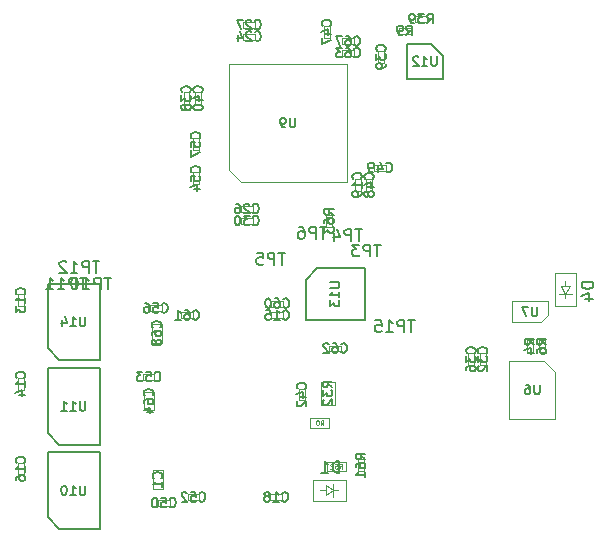
<source format=gbr>
G04 #@! TF.GenerationSoftware,KiCad,Pcbnew,5.99.0-unknown-dd374e12a~102~ubuntu20.04.1*
G04 #@! TF.CreationDate,2020-12-04T17:09:40-08:00*
G04 #@! TF.ProjectId,BLDC,424c4443-2e6b-4696-9361-645f70636258,rev?*
G04 #@! TF.SameCoordinates,Original*
G04 #@! TF.FileFunction,AssemblyDrawing,Bot*
%FSLAX46Y46*%
G04 Gerber Fmt 4.6, Leading zero omitted, Abs format (unit mm)*
G04 Created by KiCad (PCBNEW 5.99.0-unknown-dd374e12a~102~ubuntu20.04.1) date 2020-12-04 17:09:40*
%MOMM*%
%LPD*%
G01*
G04 APERTURE LIST*
%ADD10C,0.150000*%
%ADD11C,0.060000*%
%ADD12C,0.100000*%
G04 APERTURE END LIST*
D10*
X145109523Y-90061904D02*
X145109523Y-90709523D01*
X145071428Y-90785714D01*
X145033333Y-90823809D01*
X144957142Y-90861904D01*
X144804761Y-90861904D01*
X144728571Y-90823809D01*
X144690476Y-90785714D01*
X144652380Y-90709523D01*
X144652380Y-90061904D01*
X144233333Y-90861904D02*
X144080952Y-90861904D01*
X144004761Y-90823809D01*
X143966666Y-90785714D01*
X143890476Y-90671428D01*
X143852380Y-90519047D01*
X143852380Y-90214285D01*
X143890476Y-90138095D01*
X143928571Y-90100000D01*
X144004761Y-90061904D01*
X144157142Y-90061904D01*
X144233333Y-90100000D01*
X144271428Y-90138095D01*
X144309523Y-90214285D01*
X144309523Y-90404761D01*
X144271428Y-90480952D01*
X144233333Y-90519047D01*
X144157142Y-90557142D01*
X144004761Y-90557142D01*
X143928571Y-90519047D01*
X143890476Y-90480952D01*
X143852380Y-90404761D01*
X148261904Y-112885714D02*
X147880952Y-112619047D01*
X148261904Y-112428571D02*
X147461904Y-112428571D01*
X147461904Y-112733333D01*
X147500000Y-112809523D01*
X147538095Y-112847619D01*
X147614285Y-112885714D01*
X147728571Y-112885714D01*
X147804761Y-112847619D01*
X147842857Y-112809523D01*
X147880952Y-112733333D01*
X147880952Y-112428571D01*
X147461904Y-113152380D02*
X147461904Y-113647619D01*
X147766666Y-113380952D01*
X147766666Y-113495238D01*
X147804761Y-113571428D01*
X147842857Y-113609523D01*
X147919047Y-113647619D01*
X148109523Y-113647619D01*
X148185714Y-113609523D01*
X148223809Y-113571428D01*
X148261904Y-113495238D01*
X148261904Y-113266666D01*
X148223809Y-113190476D01*
X148185714Y-113152380D01*
X147538095Y-113952380D02*
X147500000Y-113990476D01*
X147461904Y-114066666D01*
X147461904Y-114257142D01*
X147500000Y-114333333D01*
X147538095Y-114371428D01*
X147614285Y-114409523D01*
X147690476Y-114409523D01*
X147804761Y-114371428D01*
X148261904Y-113914285D01*
X148261904Y-114409523D01*
X165361904Y-109266666D02*
X164980952Y-109000000D01*
X165361904Y-108809523D02*
X164561904Y-108809523D01*
X164561904Y-109114285D01*
X164600000Y-109190476D01*
X164638095Y-109228571D01*
X164714285Y-109266666D01*
X164828571Y-109266666D01*
X164904761Y-109228571D01*
X164942857Y-109190476D01*
X164980952Y-109114285D01*
X164980952Y-108809523D01*
X164828571Y-109952380D02*
X165361904Y-109952380D01*
X164523809Y-109761904D02*
X165095238Y-109571428D01*
X165095238Y-110066666D01*
X166361904Y-109266666D02*
X165980952Y-109000000D01*
X166361904Y-108809523D02*
X165561904Y-108809523D01*
X165561904Y-109114285D01*
X165600000Y-109190476D01*
X165638095Y-109228571D01*
X165714285Y-109266666D01*
X165828571Y-109266666D01*
X165904761Y-109228571D01*
X165942857Y-109190476D01*
X165980952Y-109114285D01*
X165980952Y-108809523D01*
X165561904Y-109952380D02*
X165561904Y-109800000D01*
X165600000Y-109723809D01*
X165638095Y-109685714D01*
X165752380Y-109609523D01*
X165904761Y-109571428D01*
X166209523Y-109571428D01*
X166285714Y-109609523D01*
X166323809Y-109647619D01*
X166361904Y-109723809D01*
X166361904Y-109876190D01*
X166323809Y-109952380D01*
X166285714Y-109990476D01*
X166209523Y-110028571D01*
X166019047Y-110028571D01*
X165942857Y-109990476D01*
X165904761Y-109952380D01*
X165866666Y-109876190D01*
X165866666Y-109723809D01*
X165904761Y-109647619D01*
X165942857Y-109609523D01*
X166019047Y-109571428D01*
X154533333Y-83061904D02*
X154800000Y-82680952D01*
X154990476Y-83061904D02*
X154990476Y-82261904D01*
X154685714Y-82261904D01*
X154609523Y-82300000D01*
X154571428Y-82338095D01*
X154533333Y-82414285D01*
X154533333Y-82528571D01*
X154571428Y-82604761D01*
X154609523Y-82642857D01*
X154685714Y-82680952D01*
X154990476Y-82680952D01*
X154152380Y-83061904D02*
X154000000Y-83061904D01*
X153923809Y-83023809D01*
X153885714Y-82985714D01*
X153809523Y-82871428D01*
X153771428Y-82719047D01*
X153771428Y-82414285D01*
X153809523Y-82338095D01*
X153847619Y-82300000D01*
X153923809Y-82261904D01*
X154076190Y-82261904D01*
X154152380Y-82300000D01*
X154190476Y-82338095D01*
X154228571Y-82414285D01*
X154228571Y-82604761D01*
X154190476Y-82680952D01*
X154152380Y-82719047D01*
X154076190Y-82757142D01*
X153923809Y-82757142D01*
X153847619Y-82719047D01*
X153809523Y-82680952D01*
X153771428Y-82604761D01*
X156314285Y-82061904D02*
X156580952Y-81680952D01*
X156771428Y-82061904D02*
X156771428Y-81261904D01*
X156466666Y-81261904D01*
X156390476Y-81300000D01*
X156352380Y-81338095D01*
X156314285Y-81414285D01*
X156314285Y-81528571D01*
X156352380Y-81604761D01*
X156390476Y-81642857D01*
X156466666Y-81680952D01*
X156771428Y-81680952D01*
X156047619Y-81261904D02*
X155552380Y-81261904D01*
X155819047Y-81566666D01*
X155704761Y-81566666D01*
X155628571Y-81604761D01*
X155590476Y-81642857D01*
X155552380Y-81719047D01*
X155552380Y-81909523D01*
X155590476Y-81985714D01*
X155628571Y-82023809D01*
X155704761Y-82061904D01*
X155933333Y-82061904D01*
X156009523Y-82023809D01*
X156047619Y-81985714D01*
X155171428Y-82061904D02*
X155019047Y-82061904D01*
X154942857Y-82023809D01*
X154904761Y-81985714D01*
X154828571Y-81871428D01*
X154790476Y-81719047D01*
X154790476Y-81414285D01*
X154828571Y-81338095D01*
X154866666Y-81300000D01*
X154942857Y-81261904D01*
X155095238Y-81261904D01*
X155171428Y-81300000D01*
X155209523Y-81338095D01*
X155247619Y-81414285D01*
X155247619Y-81604761D01*
X155209523Y-81680952D01*
X155171428Y-81719047D01*
X155095238Y-81757142D01*
X154942857Y-81757142D01*
X154866666Y-81719047D01*
X154828571Y-81680952D01*
X154790476Y-81604761D01*
X151061904Y-118985714D02*
X150680952Y-118719047D01*
X151061904Y-118528571D02*
X150261904Y-118528571D01*
X150261904Y-118833333D01*
X150300000Y-118909523D01*
X150338095Y-118947619D01*
X150414285Y-118985714D01*
X150528571Y-118985714D01*
X150604761Y-118947619D01*
X150642857Y-118909523D01*
X150680952Y-118833333D01*
X150680952Y-118528571D01*
X150261904Y-119671428D02*
X150261904Y-119519047D01*
X150300000Y-119442857D01*
X150338095Y-119404761D01*
X150452380Y-119328571D01*
X150604761Y-119290476D01*
X150909523Y-119290476D01*
X150985714Y-119328571D01*
X151023809Y-119366666D01*
X151061904Y-119442857D01*
X151061904Y-119595238D01*
X151023809Y-119671428D01*
X150985714Y-119709523D01*
X150909523Y-119747619D01*
X150719047Y-119747619D01*
X150642857Y-119709523D01*
X150604761Y-119671428D01*
X150566666Y-119595238D01*
X150566666Y-119442857D01*
X150604761Y-119366666D01*
X150642857Y-119328571D01*
X150719047Y-119290476D01*
X151061904Y-120509523D02*
X151061904Y-120052380D01*
X151061904Y-120280952D02*
X150261904Y-120280952D01*
X150376190Y-120204761D01*
X150452380Y-120128571D01*
X150490476Y-120052380D01*
X148361904Y-98285714D02*
X147980952Y-98019047D01*
X148361904Y-97828571D02*
X147561904Y-97828571D01*
X147561904Y-98133333D01*
X147600000Y-98209523D01*
X147638095Y-98247619D01*
X147714285Y-98285714D01*
X147828571Y-98285714D01*
X147904761Y-98247619D01*
X147942857Y-98209523D01*
X147980952Y-98133333D01*
X147980952Y-97828571D01*
X147561904Y-98971428D02*
X147561904Y-98819047D01*
X147600000Y-98742857D01*
X147638095Y-98704761D01*
X147752380Y-98628571D01*
X147904761Y-98590476D01*
X148209523Y-98590476D01*
X148285714Y-98628571D01*
X148323809Y-98666666D01*
X148361904Y-98742857D01*
X148361904Y-98895238D01*
X148323809Y-98971428D01*
X148285714Y-99009523D01*
X148209523Y-99047619D01*
X148019047Y-99047619D01*
X147942857Y-99009523D01*
X147904761Y-98971428D01*
X147866666Y-98895238D01*
X147866666Y-98742857D01*
X147904761Y-98666666D01*
X147942857Y-98628571D01*
X148019047Y-98590476D01*
X147561904Y-99314285D02*
X147561904Y-99809523D01*
X147866666Y-99542857D01*
X147866666Y-99657142D01*
X147904761Y-99733333D01*
X147942857Y-99771428D01*
X148019047Y-99809523D01*
X148209523Y-99809523D01*
X148285714Y-99771428D01*
X148323809Y-99733333D01*
X148361904Y-99657142D01*
X148361904Y-99428571D01*
X148323809Y-99352380D01*
X148285714Y-99314285D01*
X149014285Y-109885714D02*
X149052380Y-109923809D01*
X149166666Y-109961904D01*
X149242857Y-109961904D01*
X149357142Y-109923809D01*
X149433333Y-109847619D01*
X149471428Y-109771428D01*
X149509523Y-109619047D01*
X149509523Y-109504761D01*
X149471428Y-109352380D01*
X149433333Y-109276190D01*
X149357142Y-109200000D01*
X149242857Y-109161904D01*
X149166666Y-109161904D01*
X149052380Y-109200000D01*
X149014285Y-109238095D01*
X148328571Y-109161904D02*
X148480952Y-109161904D01*
X148557142Y-109200000D01*
X148595238Y-109238095D01*
X148671428Y-109352380D01*
X148709523Y-109504761D01*
X148709523Y-109809523D01*
X148671428Y-109885714D01*
X148633333Y-109923809D01*
X148557142Y-109961904D01*
X148404761Y-109961904D01*
X148328571Y-109923809D01*
X148290476Y-109885714D01*
X148252380Y-109809523D01*
X148252380Y-109619047D01*
X148290476Y-109542857D01*
X148328571Y-109504761D01*
X148404761Y-109466666D01*
X148557142Y-109466666D01*
X148633333Y-109504761D01*
X148671428Y-109542857D01*
X148709523Y-109619047D01*
X147947619Y-109238095D02*
X147909523Y-109200000D01*
X147833333Y-109161904D01*
X147642857Y-109161904D01*
X147566666Y-109200000D01*
X147528571Y-109238095D01*
X147490476Y-109314285D01*
X147490476Y-109390476D01*
X147528571Y-109504761D01*
X147985714Y-109961904D01*
X147490476Y-109961904D01*
X136193214Y-87885714D02*
X136231309Y-87847619D01*
X136269404Y-87733333D01*
X136269404Y-87657142D01*
X136231309Y-87542857D01*
X136155119Y-87466666D01*
X136078928Y-87428571D01*
X135926547Y-87390476D01*
X135812261Y-87390476D01*
X135659880Y-87428571D01*
X135583690Y-87466666D01*
X135507500Y-87542857D01*
X135469404Y-87657142D01*
X135469404Y-87733333D01*
X135507500Y-87847619D01*
X135545595Y-87885714D01*
X135469404Y-88152380D02*
X135469404Y-88647619D01*
X135774166Y-88380952D01*
X135774166Y-88495238D01*
X135812261Y-88571428D01*
X135850357Y-88609523D01*
X135926547Y-88647619D01*
X136117023Y-88647619D01*
X136193214Y-88609523D01*
X136231309Y-88571428D01*
X136269404Y-88495238D01*
X136269404Y-88266666D01*
X136231309Y-88190476D01*
X136193214Y-88152380D01*
X135812261Y-89104761D02*
X135774166Y-89028571D01*
X135736071Y-88990476D01*
X135659880Y-88952380D01*
X135621785Y-88952380D01*
X135545595Y-88990476D01*
X135507500Y-89028571D01*
X135469404Y-89104761D01*
X135469404Y-89257142D01*
X135507500Y-89333333D01*
X135545595Y-89371428D01*
X135621785Y-89409523D01*
X135659880Y-89409523D01*
X135736071Y-89371428D01*
X135774166Y-89333333D01*
X135812261Y-89257142D01*
X135812261Y-89104761D01*
X135850357Y-89028571D01*
X135888452Y-88990476D01*
X135964642Y-88952380D01*
X136117023Y-88952380D01*
X136193214Y-88990476D01*
X136231309Y-89028571D01*
X136269404Y-89104761D01*
X136269404Y-89257142D01*
X136231309Y-89333333D01*
X136193214Y-89371428D01*
X136117023Y-89409523D01*
X135964642Y-89409523D01*
X135888452Y-89371428D01*
X135850357Y-89333333D01*
X135812261Y-89257142D01*
X150129285Y-83885714D02*
X150167380Y-83923809D01*
X150281666Y-83961904D01*
X150357857Y-83961904D01*
X150472142Y-83923809D01*
X150548333Y-83847619D01*
X150586428Y-83771428D01*
X150624523Y-83619047D01*
X150624523Y-83504761D01*
X150586428Y-83352380D01*
X150548333Y-83276190D01*
X150472142Y-83200000D01*
X150357857Y-83161904D01*
X150281666Y-83161904D01*
X150167380Y-83200000D01*
X150129285Y-83238095D01*
X149443571Y-83161904D02*
X149595952Y-83161904D01*
X149672142Y-83200000D01*
X149710238Y-83238095D01*
X149786428Y-83352380D01*
X149824523Y-83504761D01*
X149824523Y-83809523D01*
X149786428Y-83885714D01*
X149748333Y-83923809D01*
X149672142Y-83961904D01*
X149519761Y-83961904D01*
X149443571Y-83923809D01*
X149405476Y-83885714D01*
X149367380Y-83809523D01*
X149367380Y-83619047D01*
X149405476Y-83542857D01*
X149443571Y-83504761D01*
X149519761Y-83466666D01*
X149672142Y-83466666D01*
X149748333Y-83504761D01*
X149786428Y-83542857D01*
X149824523Y-83619047D01*
X149100714Y-83161904D02*
X148567380Y-83161904D01*
X148910238Y-83961904D01*
X144114285Y-107085714D02*
X144152380Y-107123809D01*
X144266666Y-107161904D01*
X144342857Y-107161904D01*
X144457142Y-107123809D01*
X144533333Y-107047619D01*
X144571428Y-106971428D01*
X144609523Y-106819047D01*
X144609523Y-106704761D01*
X144571428Y-106552380D01*
X144533333Y-106476190D01*
X144457142Y-106400000D01*
X144342857Y-106361904D01*
X144266666Y-106361904D01*
X144152380Y-106400000D01*
X144114285Y-106438095D01*
X143352380Y-107161904D02*
X143809523Y-107161904D01*
X143580952Y-107161904D02*
X143580952Y-106361904D01*
X143657142Y-106476190D01*
X143733333Y-106552380D01*
X143809523Y-106590476D01*
X142628571Y-106361904D02*
X143009523Y-106361904D01*
X143047619Y-106742857D01*
X143009523Y-106704761D01*
X142933333Y-106666666D01*
X142742857Y-106666666D01*
X142666666Y-106704761D01*
X142628571Y-106742857D01*
X142590476Y-106819047D01*
X142590476Y-107009523D01*
X142628571Y-107085714D01*
X142666666Y-107123809D01*
X142742857Y-107161904D01*
X142933333Y-107161904D01*
X143009523Y-107123809D01*
X143047619Y-107085714D01*
X144014285Y-122485714D02*
X144052380Y-122523809D01*
X144166666Y-122561904D01*
X144242857Y-122561904D01*
X144357142Y-122523809D01*
X144433333Y-122447619D01*
X144471428Y-122371428D01*
X144509523Y-122219047D01*
X144509523Y-122104761D01*
X144471428Y-121952380D01*
X144433333Y-121876190D01*
X144357142Y-121800000D01*
X144242857Y-121761904D01*
X144166666Y-121761904D01*
X144052380Y-121800000D01*
X144014285Y-121838095D01*
X143252380Y-122561904D02*
X143709523Y-122561904D01*
X143480952Y-122561904D02*
X143480952Y-121761904D01*
X143557142Y-121876190D01*
X143633333Y-121952380D01*
X143709523Y-121990476D01*
X142795238Y-122104761D02*
X142871428Y-122066666D01*
X142909523Y-122028571D01*
X142947619Y-121952380D01*
X142947619Y-121914285D01*
X142909523Y-121838095D01*
X142871428Y-121800000D01*
X142795238Y-121761904D01*
X142642857Y-121761904D01*
X142566666Y-121800000D01*
X142528571Y-121838095D01*
X142490476Y-121914285D01*
X142490476Y-121952380D01*
X142528571Y-122028571D01*
X142566666Y-122066666D01*
X142642857Y-122104761D01*
X142795238Y-122104761D01*
X142871428Y-122142857D01*
X142909523Y-122180952D01*
X142947619Y-122257142D01*
X142947619Y-122409523D01*
X142909523Y-122485714D01*
X142871428Y-122523809D01*
X142795238Y-122561904D01*
X142642857Y-122561904D01*
X142566666Y-122523809D01*
X142528571Y-122485714D01*
X142490476Y-122409523D01*
X142490476Y-122257142D01*
X142528571Y-122180952D01*
X142566666Y-122142857D01*
X142642857Y-122104761D01*
X141714285Y-83485714D02*
X141752380Y-83523809D01*
X141866666Y-83561904D01*
X141942857Y-83561904D01*
X142057142Y-83523809D01*
X142133333Y-83447619D01*
X142171428Y-83371428D01*
X142209523Y-83219047D01*
X142209523Y-83104761D01*
X142171428Y-82952380D01*
X142133333Y-82876190D01*
X142057142Y-82800000D01*
X141942857Y-82761904D01*
X141866666Y-82761904D01*
X141752380Y-82800000D01*
X141714285Y-82838095D01*
X141409523Y-82838095D02*
X141371428Y-82800000D01*
X141295238Y-82761904D01*
X141104761Y-82761904D01*
X141028571Y-82800000D01*
X140990476Y-82838095D01*
X140952380Y-82914285D01*
X140952380Y-82990476D01*
X140990476Y-83104761D01*
X141447619Y-83561904D01*
X140952380Y-83561904D01*
X140266666Y-83028571D02*
X140266666Y-83561904D01*
X140457142Y-82723809D02*
X140647619Y-83295238D01*
X140152380Y-83295238D01*
X141514285Y-98085714D02*
X141552380Y-98123809D01*
X141666666Y-98161904D01*
X141742857Y-98161904D01*
X141857142Y-98123809D01*
X141933333Y-98047619D01*
X141971428Y-97971428D01*
X142009523Y-97819047D01*
X142009523Y-97704761D01*
X141971428Y-97552380D01*
X141933333Y-97476190D01*
X141857142Y-97400000D01*
X141742857Y-97361904D01*
X141666666Y-97361904D01*
X141552380Y-97400000D01*
X141514285Y-97438095D01*
X141209523Y-97438095D02*
X141171428Y-97400000D01*
X141095238Y-97361904D01*
X140904761Y-97361904D01*
X140828571Y-97400000D01*
X140790476Y-97438095D01*
X140752380Y-97514285D01*
X140752380Y-97590476D01*
X140790476Y-97704761D01*
X141247619Y-98161904D01*
X140752380Y-98161904D01*
X140066666Y-97361904D02*
X140219047Y-97361904D01*
X140295238Y-97400000D01*
X140333333Y-97438095D01*
X140409523Y-97552380D01*
X140447619Y-97704761D01*
X140447619Y-98009523D01*
X140409523Y-98085714D01*
X140371428Y-98123809D01*
X140295238Y-98161904D01*
X140142857Y-98161904D01*
X140066666Y-98123809D01*
X140028571Y-98085714D01*
X139990476Y-98009523D01*
X139990476Y-97819047D01*
X140028571Y-97742857D01*
X140066666Y-97704761D01*
X140142857Y-97666666D01*
X140295238Y-97666666D01*
X140371428Y-97704761D01*
X140409523Y-97742857D01*
X140447619Y-97819047D01*
X141714285Y-82485714D02*
X141752380Y-82523809D01*
X141866666Y-82561904D01*
X141942857Y-82561904D01*
X142057142Y-82523809D01*
X142133333Y-82447619D01*
X142171428Y-82371428D01*
X142209523Y-82219047D01*
X142209523Y-82104761D01*
X142171428Y-81952380D01*
X142133333Y-81876190D01*
X142057142Y-81800000D01*
X141942857Y-81761904D01*
X141866666Y-81761904D01*
X141752380Y-81800000D01*
X141714285Y-81838095D01*
X141409523Y-81838095D02*
X141371428Y-81800000D01*
X141295238Y-81761904D01*
X141104761Y-81761904D01*
X141028571Y-81800000D01*
X140990476Y-81838095D01*
X140952380Y-81914285D01*
X140952380Y-81990476D01*
X140990476Y-82104761D01*
X141447619Y-82561904D01*
X140952380Y-82561904D01*
X140685714Y-81761904D02*
X140152380Y-81761904D01*
X140495238Y-82561904D01*
X141514285Y-99085714D02*
X141552380Y-99123809D01*
X141666666Y-99161904D01*
X141742857Y-99161904D01*
X141857142Y-99123809D01*
X141933333Y-99047619D01*
X141971428Y-98971428D01*
X142009523Y-98819047D01*
X142009523Y-98704761D01*
X141971428Y-98552380D01*
X141933333Y-98476190D01*
X141857142Y-98400000D01*
X141742857Y-98361904D01*
X141666666Y-98361904D01*
X141552380Y-98400000D01*
X141514285Y-98438095D01*
X141247619Y-98361904D02*
X140752380Y-98361904D01*
X141019047Y-98666666D01*
X140904761Y-98666666D01*
X140828571Y-98704761D01*
X140790476Y-98742857D01*
X140752380Y-98819047D01*
X140752380Y-99009523D01*
X140790476Y-99085714D01*
X140828571Y-99123809D01*
X140904761Y-99161904D01*
X141133333Y-99161904D01*
X141209523Y-99123809D01*
X141247619Y-99085714D01*
X140257142Y-98361904D02*
X140180952Y-98361904D01*
X140104761Y-98400000D01*
X140066666Y-98438095D01*
X140028571Y-98514285D01*
X139990476Y-98666666D01*
X139990476Y-98857142D01*
X140028571Y-99009523D01*
X140066666Y-99085714D01*
X140104761Y-99123809D01*
X140180952Y-99161904D01*
X140257142Y-99161904D01*
X140333333Y-99123809D01*
X140371428Y-99085714D01*
X140409523Y-99009523D01*
X140447619Y-98857142D01*
X140447619Y-98666666D01*
X140409523Y-98514285D01*
X140371428Y-98438095D01*
X140333333Y-98400000D01*
X140257142Y-98361904D01*
X161285714Y-109985714D02*
X161323809Y-109947619D01*
X161361904Y-109833333D01*
X161361904Y-109757142D01*
X161323809Y-109642857D01*
X161247619Y-109566666D01*
X161171428Y-109528571D01*
X161019047Y-109490476D01*
X160904761Y-109490476D01*
X160752380Y-109528571D01*
X160676190Y-109566666D01*
X160600000Y-109642857D01*
X160561904Y-109757142D01*
X160561904Y-109833333D01*
X160600000Y-109947619D01*
X160638095Y-109985714D01*
X160561904Y-110252380D02*
X160561904Y-110747619D01*
X160866666Y-110480952D01*
X160866666Y-110595238D01*
X160904761Y-110671428D01*
X160942857Y-110709523D01*
X161019047Y-110747619D01*
X161209523Y-110747619D01*
X161285714Y-110709523D01*
X161323809Y-110671428D01*
X161361904Y-110595238D01*
X161361904Y-110366666D01*
X161323809Y-110290476D01*
X161285714Y-110252380D01*
X160638095Y-111052380D02*
X160600000Y-111090476D01*
X160561904Y-111166666D01*
X160561904Y-111357142D01*
X160600000Y-111433333D01*
X160638095Y-111471428D01*
X160714285Y-111509523D01*
X160790476Y-111509523D01*
X160904761Y-111471428D01*
X161361904Y-111014285D01*
X161361904Y-111509523D01*
X160310714Y-109985714D02*
X160348809Y-109947619D01*
X160386904Y-109833333D01*
X160386904Y-109757142D01*
X160348809Y-109642857D01*
X160272619Y-109566666D01*
X160196428Y-109528571D01*
X160044047Y-109490476D01*
X159929761Y-109490476D01*
X159777380Y-109528571D01*
X159701190Y-109566666D01*
X159625000Y-109642857D01*
X159586904Y-109757142D01*
X159586904Y-109833333D01*
X159625000Y-109947619D01*
X159663095Y-109985714D01*
X159586904Y-110252380D02*
X159586904Y-110747619D01*
X159891666Y-110480952D01*
X159891666Y-110595238D01*
X159929761Y-110671428D01*
X159967857Y-110709523D01*
X160044047Y-110747619D01*
X160234523Y-110747619D01*
X160310714Y-110709523D01*
X160348809Y-110671428D01*
X160386904Y-110595238D01*
X160386904Y-110366666D01*
X160348809Y-110290476D01*
X160310714Y-110252380D01*
X159586904Y-111433333D02*
X159586904Y-111280952D01*
X159625000Y-111204761D01*
X159663095Y-111166666D01*
X159777380Y-111090476D01*
X159929761Y-111052380D01*
X160234523Y-111052380D01*
X160310714Y-111090476D01*
X160348809Y-111128571D01*
X160386904Y-111204761D01*
X160386904Y-111357142D01*
X160348809Y-111433333D01*
X160310714Y-111471428D01*
X160234523Y-111509523D01*
X160044047Y-111509523D01*
X159967857Y-111471428D01*
X159929761Y-111433333D01*
X159891666Y-111357142D01*
X159891666Y-111204761D01*
X159929761Y-111128571D01*
X159967857Y-111090476D01*
X160044047Y-111052380D01*
X152685714Y-84385714D02*
X152723809Y-84347619D01*
X152761904Y-84233333D01*
X152761904Y-84157142D01*
X152723809Y-84042857D01*
X152647619Y-83966666D01*
X152571428Y-83928571D01*
X152419047Y-83890476D01*
X152304761Y-83890476D01*
X152152380Y-83928571D01*
X152076190Y-83966666D01*
X152000000Y-84042857D01*
X151961904Y-84157142D01*
X151961904Y-84233333D01*
X152000000Y-84347619D01*
X152038095Y-84385714D01*
X151961904Y-84652380D02*
X151961904Y-85147619D01*
X152266666Y-84880952D01*
X152266666Y-84995238D01*
X152304761Y-85071428D01*
X152342857Y-85109523D01*
X152419047Y-85147619D01*
X152609523Y-85147619D01*
X152685714Y-85109523D01*
X152723809Y-85071428D01*
X152761904Y-84995238D01*
X152761904Y-84766666D01*
X152723809Y-84690476D01*
X152685714Y-84652380D01*
X152761904Y-85528571D02*
X152761904Y-85680952D01*
X152723809Y-85757142D01*
X152685714Y-85795238D01*
X152571428Y-85871428D01*
X152419047Y-85909523D01*
X152114285Y-85909523D01*
X152038095Y-85871428D01*
X152000000Y-85833333D01*
X151961904Y-85757142D01*
X151961904Y-85604761D01*
X152000000Y-85528571D01*
X152038095Y-85490476D01*
X152114285Y-85452380D01*
X152304761Y-85452380D01*
X152380952Y-85490476D01*
X152419047Y-85528571D01*
X152457142Y-85604761D01*
X152457142Y-85757142D01*
X152419047Y-85833333D01*
X152380952Y-85871428D01*
X152304761Y-85909523D01*
X137193214Y-87885714D02*
X137231309Y-87847619D01*
X137269404Y-87733333D01*
X137269404Y-87657142D01*
X137231309Y-87542857D01*
X137155119Y-87466666D01*
X137078928Y-87428571D01*
X136926547Y-87390476D01*
X136812261Y-87390476D01*
X136659880Y-87428571D01*
X136583690Y-87466666D01*
X136507500Y-87542857D01*
X136469404Y-87657142D01*
X136469404Y-87733333D01*
X136507500Y-87847619D01*
X136545595Y-87885714D01*
X136736071Y-88571428D02*
X137269404Y-88571428D01*
X136431309Y-88380952D02*
X137002738Y-88190476D01*
X137002738Y-88685714D01*
X136469404Y-89142857D02*
X136469404Y-89219047D01*
X136507500Y-89295238D01*
X136545595Y-89333333D01*
X136621785Y-89371428D01*
X136774166Y-89409523D01*
X136964642Y-89409523D01*
X137117023Y-89371428D01*
X137193214Y-89333333D01*
X137231309Y-89295238D01*
X137269404Y-89219047D01*
X137269404Y-89142857D01*
X137231309Y-89066666D01*
X137193214Y-89028571D01*
X137117023Y-88990476D01*
X136964642Y-88952380D01*
X136774166Y-88952380D01*
X136621785Y-88990476D01*
X136545595Y-89028571D01*
X136507500Y-89066666D01*
X136469404Y-89142857D01*
X145985714Y-112985714D02*
X146023809Y-112947619D01*
X146061904Y-112833333D01*
X146061904Y-112757142D01*
X146023809Y-112642857D01*
X145947619Y-112566666D01*
X145871428Y-112528571D01*
X145719047Y-112490476D01*
X145604761Y-112490476D01*
X145452380Y-112528571D01*
X145376190Y-112566666D01*
X145300000Y-112642857D01*
X145261904Y-112757142D01*
X145261904Y-112833333D01*
X145300000Y-112947619D01*
X145338095Y-112985714D01*
X145528571Y-113671428D02*
X146061904Y-113671428D01*
X145223809Y-113480952D02*
X145795238Y-113290476D01*
X145795238Y-113785714D01*
X145338095Y-114052380D02*
X145300000Y-114090476D01*
X145261904Y-114166666D01*
X145261904Y-114357142D01*
X145300000Y-114433333D01*
X145338095Y-114471428D01*
X145414285Y-114509523D01*
X145490476Y-114509523D01*
X145604761Y-114471428D01*
X146061904Y-114014285D01*
X146061904Y-114509523D01*
X148085714Y-82285714D02*
X148123809Y-82247619D01*
X148161904Y-82133333D01*
X148161904Y-82057142D01*
X148123809Y-81942857D01*
X148047619Y-81866666D01*
X147971428Y-81828571D01*
X147819047Y-81790476D01*
X147704761Y-81790476D01*
X147552380Y-81828571D01*
X147476190Y-81866666D01*
X147400000Y-81942857D01*
X147361904Y-82057142D01*
X147361904Y-82133333D01*
X147400000Y-82247619D01*
X147438095Y-82285714D01*
X147628571Y-82971428D02*
X148161904Y-82971428D01*
X147323809Y-82780952D02*
X147895238Y-82590476D01*
X147895238Y-83085714D01*
X147361904Y-83314285D02*
X147361904Y-83847619D01*
X148161904Y-83504761D01*
X152814285Y-94585714D02*
X152852380Y-94623809D01*
X152966666Y-94661904D01*
X153042857Y-94661904D01*
X153157142Y-94623809D01*
X153233333Y-94547619D01*
X153271428Y-94471428D01*
X153309523Y-94319047D01*
X153309523Y-94204761D01*
X153271428Y-94052380D01*
X153233333Y-93976190D01*
X153157142Y-93900000D01*
X153042857Y-93861904D01*
X152966666Y-93861904D01*
X152852380Y-93900000D01*
X152814285Y-93938095D01*
X152128571Y-94128571D02*
X152128571Y-94661904D01*
X152319047Y-93823809D02*
X152509523Y-94395238D01*
X152014285Y-94395238D01*
X151671428Y-94661904D02*
X151519047Y-94661904D01*
X151442857Y-94623809D01*
X151404761Y-94585714D01*
X151328571Y-94471428D01*
X151290476Y-94319047D01*
X151290476Y-94014285D01*
X151328571Y-93938095D01*
X151366666Y-93900000D01*
X151442857Y-93861904D01*
X151595238Y-93861904D01*
X151671428Y-93900000D01*
X151709523Y-93938095D01*
X151747619Y-94014285D01*
X151747619Y-94204761D01*
X151709523Y-94280952D01*
X151671428Y-94319047D01*
X151595238Y-94357142D01*
X151442857Y-94357142D01*
X151366666Y-94319047D01*
X151328571Y-94280952D01*
X151290476Y-94204761D01*
X134514285Y-122985714D02*
X134552380Y-123023809D01*
X134666666Y-123061904D01*
X134742857Y-123061904D01*
X134857142Y-123023809D01*
X134933333Y-122947619D01*
X134971428Y-122871428D01*
X135009523Y-122719047D01*
X135009523Y-122604761D01*
X134971428Y-122452380D01*
X134933333Y-122376190D01*
X134857142Y-122300000D01*
X134742857Y-122261904D01*
X134666666Y-122261904D01*
X134552380Y-122300000D01*
X134514285Y-122338095D01*
X133790476Y-122261904D02*
X134171428Y-122261904D01*
X134209523Y-122642857D01*
X134171428Y-122604761D01*
X134095238Y-122566666D01*
X133904761Y-122566666D01*
X133828571Y-122604761D01*
X133790476Y-122642857D01*
X133752380Y-122719047D01*
X133752380Y-122909523D01*
X133790476Y-122985714D01*
X133828571Y-123023809D01*
X133904761Y-123061904D01*
X134095238Y-123061904D01*
X134171428Y-123023809D01*
X134209523Y-122985714D01*
X133257142Y-122261904D02*
X133180952Y-122261904D01*
X133104761Y-122300000D01*
X133066666Y-122338095D01*
X133028571Y-122414285D01*
X132990476Y-122566666D01*
X132990476Y-122757142D01*
X133028571Y-122909523D01*
X133066666Y-122985714D01*
X133104761Y-123023809D01*
X133180952Y-123061904D01*
X133257142Y-123061904D01*
X133333333Y-123023809D01*
X133371428Y-122985714D01*
X133409523Y-122909523D01*
X133447619Y-122757142D01*
X133447619Y-122566666D01*
X133409523Y-122414285D01*
X133371428Y-122338095D01*
X133333333Y-122300000D01*
X133257142Y-122261904D01*
X133214285Y-112285714D02*
X133252380Y-112323809D01*
X133366666Y-112361904D01*
X133442857Y-112361904D01*
X133557142Y-112323809D01*
X133633333Y-112247619D01*
X133671428Y-112171428D01*
X133709523Y-112019047D01*
X133709523Y-111904761D01*
X133671428Y-111752380D01*
X133633333Y-111676190D01*
X133557142Y-111600000D01*
X133442857Y-111561904D01*
X133366666Y-111561904D01*
X133252380Y-111600000D01*
X133214285Y-111638095D01*
X132490476Y-111561904D02*
X132871428Y-111561904D01*
X132909523Y-111942857D01*
X132871428Y-111904761D01*
X132795238Y-111866666D01*
X132604761Y-111866666D01*
X132528571Y-111904761D01*
X132490476Y-111942857D01*
X132452380Y-112019047D01*
X132452380Y-112209523D01*
X132490476Y-112285714D01*
X132528571Y-112323809D01*
X132604761Y-112361904D01*
X132795238Y-112361904D01*
X132871428Y-112323809D01*
X132909523Y-112285714D01*
X132185714Y-111561904D02*
X131690476Y-111561904D01*
X131957142Y-111866666D01*
X131842857Y-111866666D01*
X131766666Y-111904761D01*
X131728571Y-111942857D01*
X131690476Y-112019047D01*
X131690476Y-112209523D01*
X131728571Y-112285714D01*
X131766666Y-112323809D01*
X131842857Y-112361904D01*
X132071428Y-112361904D01*
X132147619Y-112323809D01*
X132185714Y-112285714D01*
X136985714Y-94685714D02*
X137023809Y-94647619D01*
X137061904Y-94533333D01*
X137061904Y-94457142D01*
X137023809Y-94342857D01*
X136947619Y-94266666D01*
X136871428Y-94228571D01*
X136719047Y-94190476D01*
X136604761Y-94190476D01*
X136452380Y-94228571D01*
X136376190Y-94266666D01*
X136300000Y-94342857D01*
X136261904Y-94457142D01*
X136261904Y-94533333D01*
X136300000Y-94647619D01*
X136338095Y-94685714D01*
X136261904Y-95409523D02*
X136261904Y-95028571D01*
X136642857Y-94990476D01*
X136604761Y-95028571D01*
X136566666Y-95104761D01*
X136566666Y-95295238D01*
X136604761Y-95371428D01*
X136642857Y-95409523D01*
X136719047Y-95447619D01*
X136909523Y-95447619D01*
X136985714Y-95409523D01*
X137023809Y-95371428D01*
X137061904Y-95295238D01*
X137061904Y-95104761D01*
X137023809Y-95028571D01*
X136985714Y-94990476D01*
X136528571Y-96133333D02*
X137061904Y-96133333D01*
X136223809Y-95942857D02*
X136795238Y-95752380D01*
X136795238Y-96247619D01*
X133814285Y-106485714D02*
X133852380Y-106523809D01*
X133966666Y-106561904D01*
X134042857Y-106561904D01*
X134157142Y-106523809D01*
X134233333Y-106447619D01*
X134271428Y-106371428D01*
X134309523Y-106219047D01*
X134309523Y-106104761D01*
X134271428Y-105952380D01*
X134233333Y-105876190D01*
X134157142Y-105800000D01*
X134042857Y-105761904D01*
X133966666Y-105761904D01*
X133852380Y-105800000D01*
X133814285Y-105838095D01*
X133090476Y-105761904D02*
X133471428Y-105761904D01*
X133509523Y-106142857D01*
X133471428Y-106104761D01*
X133395238Y-106066666D01*
X133204761Y-106066666D01*
X133128571Y-106104761D01*
X133090476Y-106142857D01*
X133052380Y-106219047D01*
X133052380Y-106409523D01*
X133090476Y-106485714D01*
X133128571Y-106523809D01*
X133204761Y-106561904D01*
X133395238Y-106561904D01*
X133471428Y-106523809D01*
X133509523Y-106485714D01*
X132366666Y-105761904D02*
X132519047Y-105761904D01*
X132595238Y-105800000D01*
X132633333Y-105838095D01*
X132709523Y-105952380D01*
X132747619Y-106104761D01*
X132747619Y-106409523D01*
X132709523Y-106485714D01*
X132671428Y-106523809D01*
X132595238Y-106561904D01*
X132442857Y-106561904D01*
X132366666Y-106523809D01*
X132328571Y-106485714D01*
X132290476Y-106409523D01*
X132290476Y-106219047D01*
X132328571Y-106142857D01*
X132366666Y-106104761D01*
X132442857Y-106066666D01*
X132595238Y-106066666D01*
X132671428Y-106104761D01*
X132709523Y-106142857D01*
X132747619Y-106219047D01*
X136985714Y-91785714D02*
X137023809Y-91747619D01*
X137061904Y-91633333D01*
X137061904Y-91557142D01*
X137023809Y-91442857D01*
X136947619Y-91366666D01*
X136871428Y-91328571D01*
X136719047Y-91290476D01*
X136604761Y-91290476D01*
X136452380Y-91328571D01*
X136376190Y-91366666D01*
X136300000Y-91442857D01*
X136261904Y-91557142D01*
X136261904Y-91633333D01*
X136300000Y-91747619D01*
X136338095Y-91785714D01*
X136261904Y-92509523D02*
X136261904Y-92128571D01*
X136642857Y-92090476D01*
X136604761Y-92128571D01*
X136566666Y-92204761D01*
X136566666Y-92395238D01*
X136604761Y-92471428D01*
X136642857Y-92509523D01*
X136719047Y-92547619D01*
X136909523Y-92547619D01*
X136985714Y-92509523D01*
X137023809Y-92471428D01*
X137061904Y-92395238D01*
X137061904Y-92204761D01*
X137023809Y-92128571D01*
X136985714Y-92090476D01*
X136261904Y-92814285D02*
X136261904Y-93347619D01*
X137061904Y-93004761D01*
X144114285Y-106085714D02*
X144152380Y-106123809D01*
X144266666Y-106161904D01*
X144342857Y-106161904D01*
X144457142Y-106123809D01*
X144533333Y-106047619D01*
X144571428Y-105971428D01*
X144609523Y-105819047D01*
X144609523Y-105704761D01*
X144571428Y-105552380D01*
X144533333Y-105476190D01*
X144457142Y-105400000D01*
X144342857Y-105361904D01*
X144266666Y-105361904D01*
X144152380Y-105400000D01*
X144114285Y-105438095D01*
X143428571Y-105361904D02*
X143580952Y-105361904D01*
X143657142Y-105400000D01*
X143695238Y-105438095D01*
X143771428Y-105552380D01*
X143809523Y-105704761D01*
X143809523Y-106009523D01*
X143771428Y-106085714D01*
X143733333Y-106123809D01*
X143657142Y-106161904D01*
X143504761Y-106161904D01*
X143428571Y-106123809D01*
X143390476Y-106085714D01*
X143352380Y-106009523D01*
X143352380Y-105819047D01*
X143390476Y-105742857D01*
X143428571Y-105704761D01*
X143504761Y-105666666D01*
X143657142Y-105666666D01*
X143733333Y-105704761D01*
X143771428Y-105742857D01*
X143809523Y-105819047D01*
X142857142Y-105361904D02*
X142780952Y-105361904D01*
X142704761Y-105400000D01*
X142666666Y-105438095D01*
X142628571Y-105514285D01*
X142590476Y-105666666D01*
X142590476Y-105857142D01*
X142628571Y-106009523D01*
X142666666Y-106085714D01*
X142704761Y-106123809D01*
X142780952Y-106161904D01*
X142857142Y-106161904D01*
X142933333Y-106123809D01*
X142971428Y-106085714D01*
X143009523Y-106009523D01*
X143047619Y-105857142D01*
X143047619Y-105666666D01*
X143009523Y-105514285D01*
X142971428Y-105438095D01*
X142933333Y-105400000D01*
X142857142Y-105361904D01*
X136499285Y-107085714D02*
X136537380Y-107123809D01*
X136651666Y-107161904D01*
X136727857Y-107161904D01*
X136842142Y-107123809D01*
X136918333Y-107047619D01*
X136956428Y-106971428D01*
X136994523Y-106819047D01*
X136994523Y-106704761D01*
X136956428Y-106552380D01*
X136918333Y-106476190D01*
X136842142Y-106400000D01*
X136727857Y-106361904D01*
X136651666Y-106361904D01*
X136537380Y-106400000D01*
X136499285Y-106438095D01*
X135813571Y-106361904D02*
X135965952Y-106361904D01*
X136042142Y-106400000D01*
X136080238Y-106438095D01*
X136156428Y-106552380D01*
X136194523Y-106704761D01*
X136194523Y-107009523D01*
X136156428Y-107085714D01*
X136118333Y-107123809D01*
X136042142Y-107161904D01*
X135889761Y-107161904D01*
X135813571Y-107123809D01*
X135775476Y-107085714D01*
X135737380Y-107009523D01*
X135737380Y-106819047D01*
X135775476Y-106742857D01*
X135813571Y-106704761D01*
X135889761Y-106666666D01*
X136042142Y-106666666D01*
X136118333Y-106704761D01*
X136156428Y-106742857D01*
X136194523Y-106819047D01*
X134975476Y-107161904D02*
X135432619Y-107161904D01*
X135204047Y-107161904D02*
X135204047Y-106361904D01*
X135280238Y-106476190D01*
X135356428Y-106552380D01*
X135432619Y-106590476D01*
X150129285Y-84885714D02*
X150167380Y-84923809D01*
X150281666Y-84961904D01*
X150357857Y-84961904D01*
X150472142Y-84923809D01*
X150548333Y-84847619D01*
X150586428Y-84771428D01*
X150624523Y-84619047D01*
X150624523Y-84504761D01*
X150586428Y-84352380D01*
X150548333Y-84276190D01*
X150472142Y-84200000D01*
X150357857Y-84161904D01*
X150281666Y-84161904D01*
X150167380Y-84200000D01*
X150129285Y-84238095D01*
X149443571Y-84161904D02*
X149595952Y-84161904D01*
X149672142Y-84200000D01*
X149710238Y-84238095D01*
X149786428Y-84352380D01*
X149824523Y-84504761D01*
X149824523Y-84809523D01*
X149786428Y-84885714D01*
X149748333Y-84923809D01*
X149672142Y-84961904D01*
X149519761Y-84961904D01*
X149443571Y-84923809D01*
X149405476Y-84885714D01*
X149367380Y-84809523D01*
X149367380Y-84619047D01*
X149405476Y-84542857D01*
X149443571Y-84504761D01*
X149519761Y-84466666D01*
X149672142Y-84466666D01*
X149748333Y-84504761D01*
X149786428Y-84542857D01*
X149824523Y-84619047D01*
X149100714Y-84161904D02*
X148605476Y-84161904D01*
X148872142Y-84466666D01*
X148757857Y-84466666D01*
X148681666Y-84504761D01*
X148643571Y-84542857D01*
X148605476Y-84619047D01*
X148605476Y-84809523D01*
X148643571Y-84885714D01*
X148681666Y-84923809D01*
X148757857Y-84961904D01*
X148986428Y-84961904D01*
X149062619Y-84923809D01*
X149100714Y-84885714D01*
X150685714Y-95235714D02*
X150723809Y-95197619D01*
X150761904Y-95083333D01*
X150761904Y-95007142D01*
X150723809Y-94892857D01*
X150647619Y-94816666D01*
X150571428Y-94778571D01*
X150419047Y-94740476D01*
X150304761Y-94740476D01*
X150152380Y-94778571D01*
X150076190Y-94816666D01*
X150000000Y-94892857D01*
X149961904Y-95007142D01*
X149961904Y-95083333D01*
X150000000Y-95197619D01*
X150038095Y-95235714D01*
X150761904Y-95997619D02*
X150761904Y-95540476D01*
X150761904Y-95769047D02*
X149961904Y-95769047D01*
X150076190Y-95692857D01*
X150152380Y-95616666D01*
X150190476Y-95540476D01*
X150761904Y-96378571D02*
X150761904Y-96530952D01*
X150723809Y-96607142D01*
X150685714Y-96645238D01*
X150571428Y-96721428D01*
X150419047Y-96759523D01*
X150114285Y-96759523D01*
X150038095Y-96721428D01*
X150000000Y-96683333D01*
X149961904Y-96607142D01*
X149961904Y-96454761D01*
X150000000Y-96378571D01*
X150038095Y-96340476D01*
X150114285Y-96302380D01*
X150304761Y-96302380D01*
X150380952Y-96340476D01*
X150419047Y-96378571D01*
X150457142Y-96454761D01*
X150457142Y-96607142D01*
X150419047Y-96683333D01*
X150380952Y-96721428D01*
X150304761Y-96759523D01*
X151685714Y-95235714D02*
X151723809Y-95197619D01*
X151761904Y-95083333D01*
X151761904Y-95007142D01*
X151723809Y-94892857D01*
X151647619Y-94816666D01*
X151571428Y-94778571D01*
X151419047Y-94740476D01*
X151304761Y-94740476D01*
X151152380Y-94778571D01*
X151076190Y-94816666D01*
X151000000Y-94892857D01*
X150961904Y-95007142D01*
X150961904Y-95083333D01*
X151000000Y-95197619D01*
X151038095Y-95235714D01*
X151228571Y-95921428D02*
X151761904Y-95921428D01*
X150923809Y-95730952D02*
X151495238Y-95540476D01*
X151495238Y-96035714D01*
X151304761Y-96454761D02*
X151266666Y-96378571D01*
X151228571Y-96340476D01*
X151152380Y-96302380D01*
X151114285Y-96302380D01*
X151038095Y-96340476D01*
X151000000Y-96378571D01*
X150961904Y-96454761D01*
X150961904Y-96607142D01*
X151000000Y-96683333D01*
X151038095Y-96721428D01*
X151114285Y-96759523D01*
X151152380Y-96759523D01*
X151228571Y-96721428D01*
X151266666Y-96683333D01*
X151304761Y-96607142D01*
X151304761Y-96454761D01*
X151342857Y-96378571D01*
X151380952Y-96340476D01*
X151457142Y-96302380D01*
X151609523Y-96302380D01*
X151685714Y-96340476D01*
X151723809Y-96378571D01*
X151761904Y-96454761D01*
X151761904Y-96607142D01*
X151723809Y-96683333D01*
X151685714Y-96721428D01*
X151609523Y-96759523D01*
X151457142Y-96759523D01*
X151380952Y-96721428D01*
X151342857Y-96683333D01*
X151304761Y-96607142D01*
X137014285Y-122485714D02*
X137052380Y-122523809D01*
X137166666Y-122561904D01*
X137242857Y-122561904D01*
X137357142Y-122523809D01*
X137433333Y-122447619D01*
X137471428Y-122371428D01*
X137509523Y-122219047D01*
X137509523Y-122104761D01*
X137471428Y-121952380D01*
X137433333Y-121876190D01*
X137357142Y-121800000D01*
X137242857Y-121761904D01*
X137166666Y-121761904D01*
X137052380Y-121800000D01*
X137014285Y-121838095D01*
X136290476Y-121761904D02*
X136671428Y-121761904D01*
X136709523Y-122142857D01*
X136671428Y-122104761D01*
X136595238Y-122066666D01*
X136404761Y-122066666D01*
X136328571Y-122104761D01*
X136290476Y-122142857D01*
X136252380Y-122219047D01*
X136252380Y-122409523D01*
X136290476Y-122485714D01*
X136328571Y-122523809D01*
X136404761Y-122561904D01*
X136595238Y-122561904D01*
X136671428Y-122523809D01*
X136709523Y-122485714D01*
X135947619Y-121838095D02*
X135909523Y-121800000D01*
X135833333Y-121761904D01*
X135642857Y-121761904D01*
X135566666Y-121800000D01*
X135528571Y-121838095D01*
X135490476Y-121914285D01*
X135490476Y-121990476D01*
X135528571Y-122104761D01*
X135985714Y-122561904D01*
X135490476Y-122561904D01*
X165609523Y-106061904D02*
X165609523Y-106709523D01*
X165571428Y-106785714D01*
X165533333Y-106823809D01*
X165457142Y-106861904D01*
X165304761Y-106861904D01*
X165228571Y-106823809D01*
X165190476Y-106785714D01*
X165152380Y-106709523D01*
X165152380Y-106061904D01*
X164847619Y-106061904D02*
X164314285Y-106061904D01*
X164657142Y-106861904D01*
X157090476Y-84861904D02*
X157090476Y-85509523D01*
X157052380Y-85585714D01*
X157014285Y-85623809D01*
X156938095Y-85661904D01*
X156785714Y-85661904D01*
X156709523Y-85623809D01*
X156671428Y-85585714D01*
X156633333Y-85509523D01*
X156633333Y-84861904D01*
X155833333Y-85661904D02*
X156290476Y-85661904D01*
X156061904Y-85661904D02*
X156061904Y-84861904D01*
X156138095Y-84976190D01*
X156214285Y-85052380D01*
X156290476Y-85090476D01*
X155528571Y-84938095D02*
X155490476Y-84900000D01*
X155414285Y-84861904D01*
X155223809Y-84861904D01*
X155147619Y-84900000D01*
X155109523Y-84938095D01*
X155071428Y-85014285D01*
X155071428Y-85090476D01*
X155109523Y-85204761D01*
X155566666Y-85661904D01*
X155071428Y-85661904D01*
X165809523Y-112661904D02*
X165809523Y-113309523D01*
X165771428Y-113385714D01*
X165733333Y-113423809D01*
X165657142Y-113461904D01*
X165504761Y-113461904D01*
X165428571Y-113423809D01*
X165390476Y-113385714D01*
X165352380Y-113309523D01*
X165352380Y-112661904D01*
X164628571Y-112661904D02*
X164780952Y-112661904D01*
X164857142Y-112700000D01*
X164895238Y-112738095D01*
X164971428Y-112852380D01*
X165009523Y-113004761D01*
X165009523Y-113309523D01*
X164971428Y-113385714D01*
X164933333Y-113423809D01*
X164857142Y-113461904D01*
X164704761Y-113461904D01*
X164628571Y-113423809D01*
X164590476Y-113385714D01*
X164552380Y-113309523D01*
X164552380Y-113119047D01*
X164590476Y-113042857D01*
X164628571Y-113004761D01*
X164704761Y-112966666D01*
X164857142Y-112966666D01*
X164933333Y-113004761D01*
X164971428Y-113042857D01*
X165009523Y-113119047D01*
X148061904Y-104009523D02*
X148709523Y-104009523D01*
X148785714Y-104047619D01*
X148823809Y-104085714D01*
X148861904Y-104161904D01*
X148861904Y-104314285D01*
X148823809Y-104390476D01*
X148785714Y-104428571D01*
X148709523Y-104466666D01*
X148061904Y-104466666D01*
X148861904Y-105266666D02*
X148861904Y-104809523D01*
X148861904Y-105038095D02*
X148061904Y-105038095D01*
X148176190Y-104961904D01*
X148252380Y-104885714D01*
X148290476Y-104809523D01*
X148061904Y-105533333D02*
X148061904Y-106028571D01*
X148366666Y-105761904D01*
X148366666Y-105876190D01*
X148404761Y-105952380D01*
X148442857Y-105990476D01*
X148519047Y-106028571D01*
X148709523Y-106028571D01*
X148785714Y-105990476D01*
X148823809Y-105952380D01*
X148861904Y-105876190D01*
X148861904Y-105647619D01*
X148823809Y-105571428D01*
X148785714Y-105533333D01*
X133785714Y-120579166D02*
X133823809Y-120541071D01*
X133861904Y-120426785D01*
X133861904Y-120350595D01*
X133823809Y-120236309D01*
X133747619Y-120160119D01*
X133671428Y-120122023D01*
X133519047Y-120083928D01*
X133404761Y-120083928D01*
X133252380Y-120122023D01*
X133176190Y-120160119D01*
X133100000Y-120236309D01*
X133061904Y-120350595D01*
X133061904Y-120426785D01*
X133100000Y-120541071D01*
X133138095Y-120579166D01*
X133861904Y-121341071D02*
X133861904Y-120883928D01*
X133861904Y-121112500D02*
X133061904Y-121112500D01*
X133176190Y-121036309D01*
X133252380Y-120960119D01*
X133290476Y-120883928D01*
X133035714Y-113535714D02*
X133073809Y-113497619D01*
X133111904Y-113383333D01*
X133111904Y-113307142D01*
X133073809Y-113192857D01*
X132997619Y-113116666D01*
X132921428Y-113078571D01*
X132769047Y-113040476D01*
X132654761Y-113040476D01*
X132502380Y-113078571D01*
X132426190Y-113116666D01*
X132350000Y-113192857D01*
X132311904Y-113307142D01*
X132311904Y-113383333D01*
X132350000Y-113497619D01*
X132388095Y-113535714D01*
X132311904Y-114221428D02*
X132311904Y-114069047D01*
X132350000Y-113992857D01*
X132388095Y-113954761D01*
X132502380Y-113878571D01*
X132654761Y-113840476D01*
X132959523Y-113840476D01*
X133035714Y-113878571D01*
X133073809Y-113916666D01*
X133111904Y-113992857D01*
X133111904Y-114145238D01*
X133073809Y-114221428D01*
X133035714Y-114259523D01*
X132959523Y-114297619D01*
X132769047Y-114297619D01*
X132692857Y-114259523D01*
X132654761Y-114221428D01*
X132616666Y-114145238D01*
X132616666Y-113992857D01*
X132654761Y-113916666D01*
X132692857Y-113878571D01*
X132769047Y-113840476D01*
X132578571Y-114983333D02*
X133111904Y-114983333D01*
X132273809Y-114792857D02*
X132845238Y-114602380D01*
X132845238Y-115097619D01*
X133685714Y-107785714D02*
X133723809Y-107747619D01*
X133761904Y-107633333D01*
X133761904Y-107557142D01*
X133723809Y-107442857D01*
X133647619Y-107366666D01*
X133571428Y-107328571D01*
X133419047Y-107290476D01*
X133304761Y-107290476D01*
X133152380Y-107328571D01*
X133076190Y-107366666D01*
X133000000Y-107442857D01*
X132961904Y-107557142D01*
X132961904Y-107633333D01*
X133000000Y-107747619D01*
X133038095Y-107785714D01*
X132961904Y-108471428D02*
X132961904Y-108319047D01*
X133000000Y-108242857D01*
X133038095Y-108204761D01*
X133152380Y-108128571D01*
X133304761Y-108090476D01*
X133609523Y-108090476D01*
X133685714Y-108128571D01*
X133723809Y-108166666D01*
X133761904Y-108242857D01*
X133761904Y-108395238D01*
X133723809Y-108471428D01*
X133685714Y-108509523D01*
X133609523Y-108547619D01*
X133419047Y-108547619D01*
X133342857Y-108509523D01*
X133304761Y-108471428D01*
X133266666Y-108395238D01*
X133266666Y-108242857D01*
X133304761Y-108166666D01*
X133342857Y-108128571D01*
X133419047Y-108090476D01*
X133304761Y-109004761D02*
X133266666Y-108928571D01*
X133228571Y-108890476D01*
X133152380Y-108852380D01*
X133114285Y-108852380D01*
X133038095Y-108890476D01*
X133000000Y-108928571D01*
X132961904Y-109004761D01*
X132961904Y-109157142D01*
X133000000Y-109233333D01*
X133038095Y-109271428D01*
X133114285Y-109309523D01*
X133152380Y-109309523D01*
X133228571Y-109271428D01*
X133266666Y-109233333D01*
X133304761Y-109157142D01*
X133304761Y-109004761D01*
X133342857Y-108928571D01*
X133380952Y-108890476D01*
X133457142Y-108852380D01*
X133609523Y-108852380D01*
X133685714Y-108890476D01*
X133723809Y-108928571D01*
X133761904Y-109004761D01*
X133761904Y-109157142D01*
X133723809Y-109233333D01*
X133685714Y-109271428D01*
X133609523Y-109309523D01*
X133457142Y-109309523D01*
X133380952Y-109271428D01*
X133342857Y-109233333D01*
X133304761Y-109157142D01*
X122185714Y-119270714D02*
X122223809Y-119232619D01*
X122261904Y-119118333D01*
X122261904Y-119042142D01*
X122223809Y-118927857D01*
X122147619Y-118851666D01*
X122071428Y-118813571D01*
X121919047Y-118775476D01*
X121804761Y-118775476D01*
X121652380Y-118813571D01*
X121576190Y-118851666D01*
X121500000Y-118927857D01*
X121461904Y-119042142D01*
X121461904Y-119118333D01*
X121500000Y-119232619D01*
X121538095Y-119270714D01*
X122261904Y-120032619D02*
X122261904Y-119575476D01*
X122261904Y-119804047D02*
X121461904Y-119804047D01*
X121576190Y-119727857D01*
X121652380Y-119651666D01*
X121690476Y-119575476D01*
X121461904Y-120718333D02*
X121461904Y-120565952D01*
X121500000Y-120489761D01*
X121538095Y-120451666D01*
X121652380Y-120375476D01*
X121804761Y-120337380D01*
X122109523Y-120337380D01*
X122185714Y-120375476D01*
X122223809Y-120413571D01*
X122261904Y-120489761D01*
X122261904Y-120642142D01*
X122223809Y-120718333D01*
X122185714Y-120756428D01*
X122109523Y-120794523D01*
X121919047Y-120794523D01*
X121842857Y-120756428D01*
X121804761Y-120718333D01*
X121766666Y-120642142D01*
X121766666Y-120489761D01*
X121804761Y-120413571D01*
X121842857Y-120375476D01*
X121919047Y-120337380D01*
X122185714Y-112085714D02*
X122223809Y-112047619D01*
X122261904Y-111933333D01*
X122261904Y-111857142D01*
X122223809Y-111742857D01*
X122147619Y-111666666D01*
X122071428Y-111628571D01*
X121919047Y-111590476D01*
X121804761Y-111590476D01*
X121652380Y-111628571D01*
X121576190Y-111666666D01*
X121500000Y-111742857D01*
X121461904Y-111857142D01*
X121461904Y-111933333D01*
X121500000Y-112047619D01*
X121538095Y-112085714D01*
X122261904Y-112847619D02*
X122261904Y-112390476D01*
X122261904Y-112619047D02*
X121461904Y-112619047D01*
X121576190Y-112542857D01*
X121652380Y-112466666D01*
X121690476Y-112390476D01*
X121728571Y-113533333D02*
X122261904Y-113533333D01*
X121423809Y-113342857D02*
X121995238Y-113152380D01*
X121995238Y-113647619D01*
X122185714Y-104985714D02*
X122223809Y-104947619D01*
X122261904Y-104833333D01*
X122261904Y-104757142D01*
X122223809Y-104642857D01*
X122147619Y-104566666D01*
X122071428Y-104528571D01*
X121919047Y-104490476D01*
X121804761Y-104490476D01*
X121652380Y-104528571D01*
X121576190Y-104566666D01*
X121500000Y-104642857D01*
X121461904Y-104757142D01*
X121461904Y-104833333D01*
X121500000Y-104947619D01*
X121538095Y-104985714D01*
X122261904Y-105747619D02*
X122261904Y-105290476D01*
X122261904Y-105519047D02*
X121461904Y-105519047D01*
X121576190Y-105442857D01*
X121652380Y-105366666D01*
X121690476Y-105290476D01*
X121461904Y-106014285D02*
X121461904Y-106509523D01*
X121766666Y-106242857D01*
X121766666Y-106357142D01*
X121804761Y-106433333D01*
X121842857Y-106471428D01*
X121919047Y-106509523D01*
X122109523Y-106509523D01*
X122185714Y-106471428D01*
X122223809Y-106433333D01*
X122261904Y-106357142D01*
X122261904Y-106128571D01*
X122223809Y-106052380D01*
X122185714Y-106014285D01*
D11*
X148857142Y-119780952D02*
X148990476Y-119590476D01*
X149085714Y-119780952D02*
X149085714Y-119380952D01*
X148933333Y-119380952D01*
X148895238Y-119400000D01*
X148876190Y-119419047D01*
X148857142Y-119457142D01*
X148857142Y-119514285D01*
X148876190Y-119552380D01*
X148895238Y-119571428D01*
X148933333Y-119590476D01*
X149085714Y-119590476D01*
X148514285Y-119380952D02*
X148590476Y-119380952D01*
X148628571Y-119400000D01*
X148647619Y-119419047D01*
X148685714Y-119476190D01*
X148704761Y-119552380D01*
X148704761Y-119704761D01*
X148685714Y-119742857D01*
X148666666Y-119761904D01*
X148628571Y-119780952D01*
X148552380Y-119780952D01*
X148514285Y-119761904D01*
X148495238Y-119742857D01*
X148476190Y-119704761D01*
X148476190Y-119609523D01*
X148495238Y-119571428D01*
X148514285Y-119552380D01*
X148552380Y-119533333D01*
X148628571Y-119533333D01*
X148666666Y-119552380D01*
X148685714Y-119571428D01*
X148704761Y-119609523D01*
X148323809Y-119419047D02*
X148304761Y-119400000D01*
X148266666Y-119380952D01*
X148171428Y-119380952D01*
X148133333Y-119400000D01*
X148114285Y-119419047D01*
X148095238Y-119457142D01*
X148095238Y-119495238D01*
X148114285Y-119552380D01*
X148342857Y-119780952D01*
X148095238Y-119780952D01*
X147266666Y-116080952D02*
X147400000Y-115890476D01*
X147495238Y-116080952D02*
X147495238Y-115680952D01*
X147342857Y-115680952D01*
X147304761Y-115700000D01*
X147285714Y-115719047D01*
X147266666Y-115757142D01*
X147266666Y-115814285D01*
X147285714Y-115852380D01*
X147304761Y-115871428D01*
X147342857Y-115890476D01*
X147495238Y-115890476D01*
X147019047Y-115680952D02*
X146980952Y-115680952D01*
X146942857Y-115700000D01*
X146923809Y-115719047D01*
X146904761Y-115757142D01*
X146885714Y-115833333D01*
X146885714Y-115928571D01*
X146904761Y-116004761D01*
X146923809Y-116042857D01*
X146942857Y-116061904D01*
X146980952Y-116080952D01*
X147019047Y-116080952D01*
X147057142Y-116061904D01*
X147076190Y-116042857D01*
X147095238Y-116004761D01*
X147114285Y-115928571D01*
X147114285Y-115833333D01*
X147095238Y-115757142D01*
X147076190Y-115719047D01*
X147057142Y-115700000D01*
X147019047Y-115680952D01*
D10*
X152361904Y-100802380D02*
X151790476Y-100802380D01*
X152076190Y-101802380D02*
X152076190Y-100802380D01*
X151457142Y-101802380D02*
X151457142Y-100802380D01*
X151076190Y-100802380D01*
X150980952Y-100850000D01*
X150933333Y-100897619D01*
X150885714Y-100992857D01*
X150885714Y-101135714D01*
X150933333Y-101230952D01*
X150980952Y-101278571D01*
X151076190Y-101326190D01*
X151457142Y-101326190D01*
X150552380Y-100802380D02*
X149933333Y-100802380D01*
X150266666Y-101183333D01*
X150123809Y-101183333D01*
X150028571Y-101230952D01*
X149980952Y-101278571D01*
X149933333Y-101373809D01*
X149933333Y-101611904D01*
X149980952Y-101707142D01*
X150028571Y-101754761D01*
X150123809Y-101802380D01*
X150409523Y-101802380D01*
X150504761Y-101754761D01*
X150552380Y-101707142D01*
X150761904Y-99502380D02*
X150190476Y-99502380D01*
X150476190Y-100502380D02*
X150476190Y-99502380D01*
X149857142Y-100502380D02*
X149857142Y-99502380D01*
X149476190Y-99502380D01*
X149380952Y-99550000D01*
X149333333Y-99597619D01*
X149285714Y-99692857D01*
X149285714Y-99835714D01*
X149333333Y-99930952D01*
X149380952Y-99978571D01*
X149476190Y-100026190D01*
X149857142Y-100026190D01*
X148428571Y-99835714D02*
X148428571Y-100502380D01*
X148666666Y-99454761D02*
X148904761Y-100169047D01*
X148285714Y-100169047D01*
X144261904Y-101502380D02*
X143690476Y-101502380D01*
X143976190Y-102502380D02*
X143976190Y-101502380D01*
X143357142Y-102502380D02*
X143357142Y-101502380D01*
X142976190Y-101502380D01*
X142880952Y-101550000D01*
X142833333Y-101597619D01*
X142785714Y-101692857D01*
X142785714Y-101835714D01*
X142833333Y-101930952D01*
X142880952Y-101978571D01*
X142976190Y-102026190D01*
X143357142Y-102026190D01*
X141880952Y-101502380D02*
X142357142Y-101502380D01*
X142404761Y-101978571D01*
X142357142Y-101930952D01*
X142261904Y-101883333D01*
X142023809Y-101883333D01*
X141928571Y-101930952D01*
X141880952Y-101978571D01*
X141833333Y-102073809D01*
X141833333Y-102311904D01*
X141880952Y-102407142D01*
X141928571Y-102454761D01*
X142023809Y-102502380D01*
X142261904Y-102502380D01*
X142357142Y-102454761D01*
X142404761Y-102407142D01*
X147761904Y-99302380D02*
X147190476Y-99302380D01*
X147476190Y-100302380D02*
X147476190Y-99302380D01*
X146857142Y-100302380D02*
X146857142Y-99302380D01*
X146476190Y-99302380D01*
X146380952Y-99350000D01*
X146333333Y-99397619D01*
X146285714Y-99492857D01*
X146285714Y-99635714D01*
X146333333Y-99730952D01*
X146380952Y-99778571D01*
X146476190Y-99826190D01*
X146857142Y-99826190D01*
X145428571Y-99302380D02*
X145619047Y-99302380D01*
X145714285Y-99350000D01*
X145761904Y-99397619D01*
X145857142Y-99540476D01*
X145904761Y-99730952D01*
X145904761Y-100111904D01*
X145857142Y-100207142D01*
X145809523Y-100254761D01*
X145714285Y-100302380D01*
X145523809Y-100302380D01*
X145428571Y-100254761D01*
X145380952Y-100207142D01*
X145333333Y-100111904D01*
X145333333Y-99873809D01*
X145380952Y-99778571D01*
X145428571Y-99730952D01*
X145523809Y-99683333D01*
X145714285Y-99683333D01*
X145809523Y-99730952D01*
X145857142Y-99778571D01*
X145904761Y-99873809D01*
X129538095Y-103602380D02*
X128966666Y-103602380D01*
X129252380Y-104602380D02*
X129252380Y-103602380D01*
X128633333Y-104602380D02*
X128633333Y-103602380D01*
X128252380Y-103602380D01*
X128157142Y-103650000D01*
X128109523Y-103697619D01*
X128061904Y-103792857D01*
X128061904Y-103935714D01*
X128109523Y-104030952D01*
X128157142Y-104078571D01*
X128252380Y-104126190D01*
X128633333Y-104126190D01*
X127109523Y-104602380D02*
X127680952Y-104602380D01*
X127395238Y-104602380D02*
X127395238Y-103602380D01*
X127490476Y-103745238D01*
X127585714Y-103840476D01*
X127680952Y-103888095D01*
X126490476Y-103602380D02*
X126395238Y-103602380D01*
X126300000Y-103650000D01*
X126252380Y-103697619D01*
X126204761Y-103792857D01*
X126157142Y-103983333D01*
X126157142Y-104221428D01*
X126204761Y-104411904D01*
X126252380Y-104507142D01*
X126300000Y-104554761D01*
X126395238Y-104602380D01*
X126490476Y-104602380D01*
X126585714Y-104554761D01*
X126633333Y-104507142D01*
X126680952Y-104411904D01*
X126728571Y-104221428D01*
X126728571Y-103983333D01*
X126680952Y-103792857D01*
X126633333Y-103697619D01*
X126585714Y-103650000D01*
X126490476Y-103602380D01*
X127438095Y-103602380D02*
X126866666Y-103602380D01*
X127152380Y-104602380D02*
X127152380Y-103602380D01*
X126533333Y-104602380D02*
X126533333Y-103602380D01*
X126152380Y-103602380D01*
X126057142Y-103650000D01*
X126009523Y-103697619D01*
X125961904Y-103792857D01*
X125961904Y-103935714D01*
X126009523Y-104030952D01*
X126057142Y-104078571D01*
X126152380Y-104126190D01*
X126533333Y-104126190D01*
X125009523Y-104602380D02*
X125580952Y-104602380D01*
X125295238Y-104602380D02*
X125295238Y-103602380D01*
X125390476Y-103745238D01*
X125485714Y-103840476D01*
X125580952Y-103888095D01*
X124057142Y-104602380D02*
X124628571Y-104602380D01*
X124342857Y-104602380D02*
X124342857Y-103602380D01*
X124438095Y-103745238D01*
X124533333Y-103840476D01*
X124628571Y-103888095D01*
X128538095Y-102202380D02*
X127966666Y-102202380D01*
X128252380Y-103202380D02*
X128252380Y-102202380D01*
X127633333Y-103202380D02*
X127633333Y-102202380D01*
X127252380Y-102202380D01*
X127157142Y-102250000D01*
X127109523Y-102297619D01*
X127061904Y-102392857D01*
X127061904Y-102535714D01*
X127109523Y-102630952D01*
X127157142Y-102678571D01*
X127252380Y-102726190D01*
X127633333Y-102726190D01*
X126109523Y-103202380D02*
X126680952Y-103202380D01*
X126395238Y-103202380D02*
X126395238Y-102202380D01*
X126490476Y-102345238D01*
X126585714Y-102440476D01*
X126680952Y-102488095D01*
X125728571Y-102297619D02*
X125680952Y-102250000D01*
X125585714Y-102202380D01*
X125347619Y-102202380D01*
X125252380Y-102250000D01*
X125204761Y-102297619D01*
X125157142Y-102392857D01*
X125157142Y-102488095D01*
X125204761Y-102630952D01*
X125776190Y-103202380D01*
X125157142Y-103202380D01*
X155238095Y-107197380D02*
X154666666Y-107197380D01*
X154952380Y-108197380D02*
X154952380Y-107197380D01*
X154333333Y-108197380D02*
X154333333Y-107197380D01*
X153952380Y-107197380D01*
X153857142Y-107245000D01*
X153809523Y-107292619D01*
X153761904Y-107387857D01*
X153761904Y-107530714D01*
X153809523Y-107625952D01*
X153857142Y-107673571D01*
X153952380Y-107721190D01*
X154333333Y-107721190D01*
X152809523Y-108197380D02*
X153380952Y-108197380D01*
X153095238Y-108197380D02*
X153095238Y-107197380D01*
X153190476Y-107340238D01*
X153285714Y-107435476D01*
X153380952Y-107483095D01*
X151904761Y-107197380D02*
X152380952Y-107197380D01*
X152428571Y-107673571D01*
X152380952Y-107625952D01*
X152285714Y-107578333D01*
X152047619Y-107578333D01*
X151952380Y-107625952D01*
X151904761Y-107673571D01*
X151857142Y-107768809D01*
X151857142Y-108006904D01*
X151904761Y-108102142D01*
X151952380Y-108149761D01*
X152047619Y-108197380D01*
X152285714Y-108197380D01*
X152380952Y-108149761D01*
X152428571Y-108102142D01*
X148865095Y-120147380D02*
X148865095Y-119147380D01*
X148627000Y-119147380D01*
X148484142Y-119195000D01*
X148388904Y-119290238D01*
X148341285Y-119385476D01*
X148293666Y-119575952D01*
X148293666Y-119718809D01*
X148341285Y-119909285D01*
X148388904Y-120004523D01*
X148484142Y-120099761D01*
X148627000Y-120147380D01*
X148865095Y-120147380D01*
X147341285Y-120147380D02*
X147912714Y-120147380D01*
X147627000Y-120147380D02*
X147627000Y-119147380D01*
X147722238Y-119290238D01*
X147817476Y-119385476D01*
X147912714Y-119433095D01*
X170357380Y-103988904D02*
X169357380Y-103988904D01*
X169357380Y-104227000D01*
X169405000Y-104369857D01*
X169500238Y-104465095D01*
X169595476Y-104512714D01*
X169785952Y-104560333D01*
X169928809Y-104560333D01*
X170119285Y-104512714D01*
X170214523Y-104465095D01*
X170309761Y-104369857D01*
X170357380Y-104227000D01*
X170357380Y-103988904D01*
X169690714Y-105417476D02*
X170357380Y-105417476D01*
X169309761Y-105179380D02*
X170024047Y-104941285D01*
X170024047Y-105560333D01*
X127340476Y-121211904D02*
X127340476Y-121859523D01*
X127302380Y-121935714D01*
X127264285Y-121973809D01*
X127188095Y-122011904D01*
X127035714Y-122011904D01*
X126959523Y-121973809D01*
X126921428Y-121935714D01*
X126883333Y-121859523D01*
X126883333Y-121211904D01*
X126083333Y-122011904D02*
X126540476Y-122011904D01*
X126311904Y-122011904D02*
X126311904Y-121211904D01*
X126388095Y-121326190D01*
X126464285Y-121402380D01*
X126540476Y-121440476D01*
X125588095Y-121211904D02*
X125511904Y-121211904D01*
X125435714Y-121250000D01*
X125397619Y-121288095D01*
X125359523Y-121364285D01*
X125321428Y-121516666D01*
X125321428Y-121707142D01*
X125359523Y-121859523D01*
X125397619Y-121935714D01*
X125435714Y-121973809D01*
X125511904Y-122011904D01*
X125588095Y-122011904D01*
X125664285Y-121973809D01*
X125702380Y-121935714D01*
X125740476Y-121859523D01*
X125778571Y-121707142D01*
X125778571Y-121516666D01*
X125740476Y-121364285D01*
X125702380Y-121288095D01*
X125664285Y-121250000D01*
X125588095Y-121211904D01*
X127340476Y-114061904D02*
X127340476Y-114709523D01*
X127302380Y-114785714D01*
X127264285Y-114823809D01*
X127188095Y-114861904D01*
X127035714Y-114861904D01*
X126959523Y-114823809D01*
X126921428Y-114785714D01*
X126883333Y-114709523D01*
X126883333Y-114061904D01*
X126083333Y-114861904D02*
X126540476Y-114861904D01*
X126311904Y-114861904D02*
X126311904Y-114061904D01*
X126388095Y-114176190D01*
X126464285Y-114252380D01*
X126540476Y-114290476D01*
X125321428Y-114861904D02*
X125778571Y-114861904D01*
X125550000Y-114861904D02*
X125550000Y-114061904D01*
X125626190Y-114176190D01*
X125702380Y-114252380D01*
X125778571Y-114290476D01*
X127340476Y-106911904D02*
X127340476Y-107559523D01*
X127302380Y-107635714D01*
X127264285Y-107673809D01*
X127188095Y-107711904D01*
X127035714Y-107711904D01*
X126959523Y-107673809D01*
X126921428Y-107635714D01*
X126883333Y-107559523D01*
X126883333Y-106911904D01*
X126083333Y-107711904D02*
X126540476Y-107711904D01*
X126311904Y-107711904D02*
X126311904Y-106911904D01*
X126388095Y-107026190D01*
X126464285Y-107102380D01*
X126540476Y-107140476D01*
X125397619Y-107178571D02*
X125397619Y-107711904D01*
X125588095Y-106873809D02*
X125778571Y-107445238D01*
X125283333Y-107445238D01*
D12*
X139500000Y-94500000D02*
X140500000Y-95500000D01*
X139500000Y-85500000D02*
X139500000Y-94500000D01*
X149500000Y-85500000D02*
X139500000Y-85500000D01*
X149500000Y-95500000D02*
X149500000Y-85500000D01*
X140500000Y-95500000D02*
X149500000Y-95500000D01*
X148500000Y-114400000D02*
X148500000Y-112400000D01*
X147300000Y-114400000D02*
X148500000Y-114400000D01*
X147300000Y-112400000D02*
X147300000Y-114400000D01*
X148500000Y-112400000D02*
X147300000Y-112400000D01*
X165250000Y-109900000D02*
X165250000Y-108900000D01*
X164750000Y-109900000D02*
X165250000Y-109900000D01*
X164750000Y-108900000D02*
X164750000Y-109900000D01*
X165250000Y-108900000D02*
X164750000Y-108900000D01*
X165750000Y-108900000D02*
X165750000Y-109900000D01*
X166250000Y-108900000D02*
X165750000Y-108900000D01*
X166250000Y-109900000D02*
X166250000Y-108900000D01*
X165750000Y-109900000D02*
X166250000Y-109900000D01*
X153900000Y-82950000D02*
X154900000Y-82950000D01*
X153900000Y-82450000D02*
X153900000Y-82950000D01*
X154900000Y-82450000D02*
X153900000Y-82450000D01*
X154900000Y-82950000D02*
X154900000Y-82450000D01*
X156300000Y-81450000D02*
X155300000Y-81450000D01*
X156300000Y-81950000D02*
X156300000Y-81450000D01*
X155300000Y-81950000D02*
X156300000Y-81950000D01*
X155300000Y-81450000D02*
X155300000Y-81950000D01*
X150450000Y-119000000D02*
X150450000Y-120000000D01*
X150950000Y-119000000D02*
X150450000Y-119000000D01*
X150950000Y-120000000D02*
X150950000Y-119000000D01*
X150450000Y-120000000D02*
X150950000Y-120000000D01*
X147750000Y-98300000D02*
X147750000Y-99300000D01*
X148250000Y-98300000D02*
X147750000Y-98300000D01*
X148250000Y-99300000D02*
X148250000Y-98300000D01*
X147750000Y-99300000D02*
X148250000Y-99300000D01*
X148000000Y-109350000D02*
X148000000Y-109850000D01*
X148000000Y-109850000D02*
X149000000Y-109850000D01*
X149000000Y-109850000D02*
X149000000Y-109350000D01*
X149000000Y-109350000D02*
X148000000Y-109350000D01*
X135657500Y-88900000D02*
X136157500Y-88900000D01*
X136157500Y-88900000D02*
X136157500Y-87900000D01*
X136157500Y-87900000D02*
X135657500Y-87900000D01*
X135657500Y-87900000D02*
X135657500Y-88900000D01*
X150115000Y-83850000D02*
X150115000Y-83350000D01*
X150115000Y-83350000D02*
X149115000Y-83350000D01*
X149115000Y-83350000D02*
X149115000Y-83850000D01*
X149115000Y-83850000D02*
X150115000Y-83850000D01*
X143100000Y-106550000D02*
X143100000Y-107050000D01*
X143100000Y-107050000D02*
X144100000Y-107050000D01*
X144100000Y-107050000D02*
X144100000Y-106550000D01*
X144100000Y-106550000D02*
X143100000Y-106550000D01*
X144000000Y-121950000D02*
X143000000Y-121950000D01*
X144000000Y-122450000D02*
X144000000Y-121950000D01*
X143000000Y-122450000D02*
X144000000Y-122450000D01*
X143000000Y-121950000D02*
X143000000Y-122450000D01*
X140700000Y-82950000D02*
X140700000Y-83450000D01*
X140700000Y-83450000D02*
X141700000Y-83450000D01*
X141700000Y-83450000D02*
X141700000Y-82950000D01*
X141700000Y-82950000D02*
X140700000Y-82950000D01*
X141500000Y-98050000D02*
X141500000Y-97550000D01*
X141500000Y-97550000D02*
X140500000Y-97550000D01*
X140500000Y-97550000D02*
X140500000Y-98050000D01*
X140500000Y-98050000D02*
X141500000Y-98050000D01*
X140700000Y-81950000D02*
X140700000Y-82450000D01*
X140700000Y-82450000D02*
X141700000Y-82450000D01*
X141700000Y-82450000D02*
X141700000Y-81950000D01*
X141700000Y-81950000D02*
X140700000Y-81950000D01*
X141500000Y-99050000D02*
X141500000Y-98550000D01*
X141500000Y-98550000D02*
X140500000Y-98550000D01*
X140500000Y-98550000D02*
X140500000Y-99050000D01*
X140500000Y-99050000D02*
X141500000Y-99050000D01*
X161250000Y-110000000D02*
X160750000Y-110000000D01*
X160750000Y-110000000D02*
X160750000Y-111000000D01*
X160750000Y-111000000D02*
X161250000Y-111000000D01*
X161250000Y-111000000D02*
X161250000Y-110000000D01*
X160275000Y-110000000D02*
X159775000Y-110000000D01*
X159775000Y-110000000D02*
X159775000Y-111000000D01*
X159775000Y-111000000D02*
X160275000Y-111000000D01*
X160275000Y-111000000D02*
X160275000Y-110000000D01*
X152150000Y-84400000D02*
X152150000Y-85400000D01*
X152650000Y-84400000D02*
X152150000Y-84400000D01*
X152650000Y-85400000D02*
X152650000Y-84400000D01*
X152150000Y-85400000D02*
X152650000Y-85400000D01*
X136657500Y-88900000D02*
X137157500Y-88900000D01*
X137157500Y-88900000D02*
X137157500Y-87900000D01*
X137157500Y-87900000D02*
X136657500Y-87900000D01*
X136657500Y-87900000D02*
X136657500Y-88900000D01*
X145450000Y-114000000D02*
X145950000Y-114000000D01*
X145950000Y-114000000D02*
X145950000Y-113000000D01*
X145950000Y-113000000D02*
X145450000Y-113000000D01*
X145450000Y-113000000D02*
X145450000Y-114000000D01*
X148050000Y-82300000D02*
X147550000Y-82300000D01*
X147550000Y-82300000D02*
X147550000Y-83300000D01*
X147550000Y-83300000D02*
X148050000Y-83300000D01*
X148050000Y-83300000D02*
X148050000Y-82300000D01*
X152800000Y-94550000D02*
X152800000Y-94050000D01*
X152800000Y-94050000D02*
X151800000Y-94050000D01*
X151800000Y-94050000D02*
X151800000Y-94550000D01*
X151800000Y-94550000D02*
X152800000Y-94550000D01*
X133500000Y-122450000D02*
X133500000Y-122950000D01*
X133500000Y-122950000D02*
X134500000Y-122950000D01*
X134500000Y-122950000D02*
X134500000Y-122450000D01*
X134500000Y-122450000D02*
X133500000Y-122450000D01*
X133200000Y-111750000D02*
X132200000Y-111750000D01*
X133200000Y-112250000D02*
X133200000Y-111750000D01*
X132200000Y-112250000D02*
X133200000Y-112250000D01*
X132200000Y-111750000D02*
X132200000Y-112250000D01*
X136950000Y-94700000D02*
X136450000Y-94700000D01*
X136450000Y-94700000D02*
X136450000Y-95700000D01*
X136450000Y-95700000D02*
X136950000Y-95700000D01*
X136950000Y-95700000D02*
X136950000Y-94700000D01*
X132800000Y-105950000D02*
X132800000Y-106450000D01*
X132800000Y-106450000D02*
X133800000Y-106450000D01*
X133800000Y-106450000D02*
X133800000Y-105950000D01*
X133800000Y-105950000D02*
X132800000Y-105950000D01*
X136450000Y-92800000D02*
X136950000Y-92800000D01*
X136950000Y-92800000D02*
X136950000Y-91800000D01*
X136950000Y-91800000D02*
X136450000Y-91800000D01*
X136450000Y-91800000D02*
X136450000Y-92800000D01*
X143100000Y-105550000D02*
X143100000Y-106050000D01*
X143100000Y-106050000D02*
X144100000Y-106050000D01*
X144100000Y-106050000D02*
X144100000Y-105550000D01*
X144100000Y-105550000D02*
X143100000Y-105550000D01*
X136485000Y-107050000D02*
X136485000Y-106550000D01*
X136485000Y-106550000D02*
X135485000Y-106550000D01*
X135485000Y-106550000D02*
X135485000Y-107050000D01*
X135485000Y-107050000D02*
X136485000Y-107050000D01*
X150115000Y-84850000D02*
X150115000Y-84350000D01*
X150115000Y-84350000D02*
X149115000Y-84350000D01*
X149115000Y-84350000D02*
X149115000Y-84850000D01*
X149115000Y-84850000D02*
X150115000Y-84850000D01*
X150150000Y-96250000D02*
X150650000Y-96250000D01*
X150650000Y-96250000D02*
X150650000Y-95250000D01*
X150650000Y-95250000D02*
X150150000Y-95250000D01*
X150150000Y-95250000D02*
X150150000Y-96250000D01*
X151150000Y-96250000D02*
X151650000Y-96250000D01*
X151650000Y-96250000D02*
X151650000Y-95250000D01*
X151650000Y-95250000D02*
X151150000Y-95250000D01*
X151150000Y-95250000D02*
X151150000Y-96250000D01*
X137000000Y-122450000D02*
X137000000Y-121950000D01*
X137000000Y-121950000D02*
X136000000Y-121950000D01*
X136000000Y-121950000D02*
X136000000Y-122450000D01*
X136000000Y-122450000D02*
X137000000Y-122450000D01*
X166550000Y-105600000D02*
X163450000Y-105600000D01*
X163450000Y-105600000D02*
X163450000Y-107400000D01*
X165900000Y-107400000D02*
X163450000Y-107400000D01*
X166550000Y-105600000D02*
X166550000Y-106750000D01*
X165900000Y-107400000D02*
X166550000Y-106750000D01*
D10*
X156600000Y-83800000D02*
X154600000Y-83800000D01*
X154600000Y-83800000D02*
X154600000Y-86800000D01*
X154600000Y-86800000D02*
X157600000Y-86800000D01*
X157600000Y-86800000D02*
X157600000Y-84800000D01*
X157600000Y-84800000D02*
X156600000Y-83800000D01*
D12*
X166175000Y-110650000D02*
X163250000Y-110650000D01*
X163250000Y-110650000D02*
X163250000Y-115550000D01*
X163250000Y-115550000D02*
X167150000Y-115550000D01*
X167150000Y-115550000D02*
X167150000Y-111625000D01*
X167150000Y-111625000D02*
X166175000Y-110650000D01*
D10*
X147000000Y-102800000D02*
X146000000Y-103800000D01*
X151000000Y-102800000D02*
X147000000Y-102800000D01*
X151000000Y-107200000D02*
X151000000Y-102800000D01*
X146000000Y-107200000D02*
X151000000Y-107200000D01*
X146000000Y-103800000D02*
X146000000Y-107200000D01*
D12*
X133100000Y-121512500D02*
X133900000Y-121512500D01*
X133900000Y-121512500D02*
X133900000Y-119912500D01*
X133900000Y-119912500D02*
X133100000Y-119912500D01*
X133100000Y-119912500D02*
X133100000Y-121512500D01*
X133150000Y-114850000D02*
X133150000Y-113250000D01*
X132350000Y-114850000D02*
X133150000Y-114850000D01*
X132350000Y-113250000D02*
X132350000Y-114850000D01*
X133150000Y-113250000D02*
X132350000Y-113250000D01*
X133800000Y-109100000D02*
X133800000Y-107500000D01*
X133000000Y-109100000D02*
X133800000Y-109100000D01*
X133000000Y-107500000D02*
X133000000Y-109100000D01*
X133800000Y-107500000D02*
X133000000Y-107500000D01*
X121650000Y-119285000D02*
X121650000Y-120285000D01*
X122150000Y-119285000D02*
X121650000Y-119285000D01*
X122150000Y-120285000D02*
X122150000Y-119285000D01*
X121650000Y-120285000D02*
X122150000Y-120285000D01*
X121650000Y-112100000D02*
X121650000Y-113100000D01*
X122150000Y-112100000D02*
X121650000Y-112100000D01*
X122150000Y-113100000D02*
X122150000Y-112100000D01*
X121650000Y-113100000D02*
X122150000Y-113100000D01*
X121650000Y-105000000D02*
X121650000Y-106000000D01*
X122150000Y-105000000D02*
X121650000Y-105000000D01*
X122150000Y-106000000D02*
X122150000Y-105000000D01*
X121650000Y-106000000D02*
X122150000Y-106000000D01*
X147800000Y-120000000D02*
X149400000Y-120000000D01*
X147800000Y-119200000D02*
X147800000Y-120000000D01*
X149400000Y-119200000D02*
X147800000Y-119200000D01*
X149400000Y-120000000D02*
X149400000Y-119200000D01*
X146400000Y-116300000D02*
X148000000Y-116300000D01*
X146400000Y-115500000D02*
X146400000Y-116300000D01*
X148000000Y-115500000D02*
X146400000Y-115500000D01*
X148000000Y-116300000D02*
X148000000Y-115500000D01*
X149400000Y-120700000D02*
X146600000Y-120700000D01*
X146600000Y-120700000D02*
X146600000Y-122500000D01*
X146600000Y-122500000D02*
X149400000Y-122500000D01*
X149400000Y-122500000D02*
X149400000Y-120700000D01*
X148750000Y-121600000D02*
X148350000Y-121600000D01*
X148350000Y-121600000D02*
X148350000Y-121050000D01*
X148350000Y-121600000D02*
X148350000Y-122150000D01*
X148350000Y-121600000D02*
X147750000Y-121200000D01*
X147750000Y-121200000D02*
X147750000Y-122000000D01*
X147750000Y-122000000D02*
X148350000Y-121600000D01*
X147750000Y-121600000D02*
X147250000Y-121600000D01*
X168900000Y-106000000D02*
X168900000Y-103200000D01*
X168900000Y-103200000D02*
X167100000Y-103200000D01*
X167100000Y-103200000D02*
X167100000Y-106000000D01*
X167100000Y-106000000D02*
X168900000Y-106000000D01*
X168000000Y-105350000D02*
X168000000Y-104950000D01*
X168000000Y-104950000D02*
X168550000Y-104950000D01*
X168000000Y-104950000D02*
X167450000Y-104950000D01*
X168000000Y-104950000D02*
X168400000Y-104350000D01*
X168400000Y-104350000D02*
X167600000Y-104350000D01*
X167600000Y-104350000D02*
X168000000Y-104950000D01*
X168000000Y-104350000D02*
X168000000Y-103850000D01*
D10*
X125150000Y-124900000D02*
X128550000Y-124900000D01*
X128550000Y-124900000D02*
X128550000Y-118400000D01*
X128550000Y-118400000D02*
X124150000Y-118400000D01*
X124150000Y-118400000D02*
X124150000Y-123900000D01*
X124150000Y-123900000D02*
X125150000Y-124900000D01*
X125150000Y-117750000D02*
X128550000Y-117750000D01*
X128550000Y-117750000D02*
X128550000Y-111250000D01*
X128550000Y-111250000D02*
X124150000Y-111250000D01*
X124150000Y-111250000D02*
X124150000Y-116750000D01*
X124150000Y-116750000D02*
X125150000Y-117750000D01*
X125150000Y-110600000D02*
X128550000Y-110600000D01*
X128550000Y-110600000D02*
X128550000Y-104100000D01*
X128550000Y-104100000D02*
X124150000Y-104100000D01*
X124150000Y-104100000D02*
X124150000Y-109600000D01*
X124150000Y-109600000D02*
X125150000Y-110600000D01*
M02*

</source>
